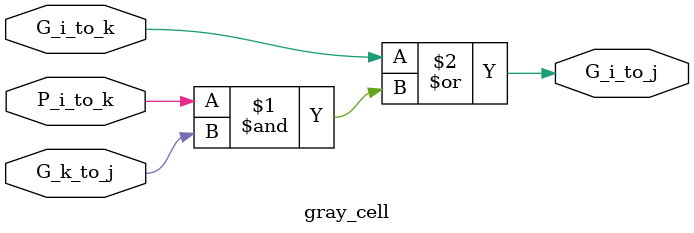
<source format=v>
module gray_cell (
	input G_i_to_k,  
	input P_i_to_k, 
	input G_k_to_j,
	output G_i_to_j
);
	assign G_i_to_j = G_i_to_k | (P_i_to_k & G_k_to_j);
endmodule
</source>
